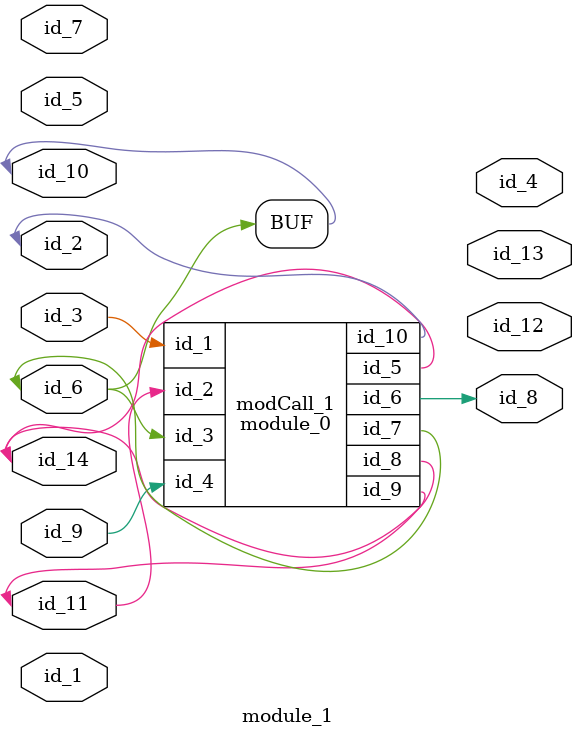
<source format=v>
module module_0 (
    id_1,
    id_2,
    id_3,
    id_4,
    id_5,
    id_6,
    id_7,
    id_8,
    id_9,
    id_10
);
  output wire id_10;
  inout wire id_9;
  inout wire id_8;
  output wire id_7;
  output wire id_6;
  inout wire id_5;
  input wire id_4;
  input wire id_3;
  input wire id_2;
  input wire id_1;
endmodule
module module_1 (
    id_1,
    id_2,
    id_3,
    id_4,
    id_5,
    id_6,
    id_7,
    id_8,
    id_9,
    id_10,
    id_11,
    id_12,
    id_13,
    id_14
);
  inout wire id_14;
  output wire id_13;
  output wire id_12;
  inout wire id_11;
  inout wire id_10;
  input wire id_9;
  output wire id_8;
  inout wire id_7;
  inout wire id_6;
  input wire id_5;
  output wire id_4;
  input wire id_3;
  module_0 modCall_1 (
      id_3,
      id_11,
      id_6,
      id_9,
      id_14,
      id_8,
      id_6,
      id_14,
      id_11,
      id_2
  );
  inout wire id_2;
  input wire id_1;
  wire [~  1  !=  1 : 1] id_15;
  assign id_10 = id_6;
endmodule

</source>
